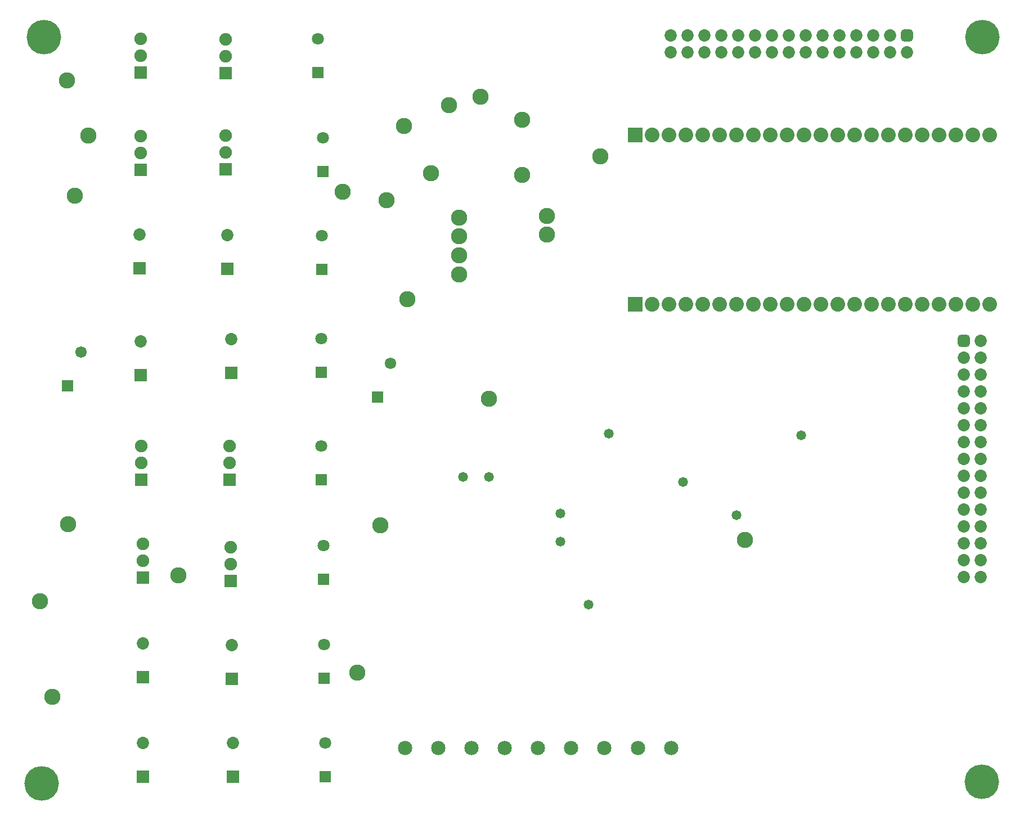
<source format=gbs>
G04*
G04 #@! TF.GenerationSoftware,Altium Limited,Altium Designer,25.2.1 (25)*
G04*
G04 Layer_Color=16711935*
%FSLAX44Y44*%
%MOMM*%
G71*
G04*
G04 #@! TF.SameCoordinates,E4EDD719-2FE0-4279-8059-04D131320F8D*
G04*
G04*
G04 #@! TF.FilePolarity,Negative*
G04*
G01*
G75*
%ADD37R,1.7212X1.7212*%
%ADD38C,1.7212*%
%ADD39C,2.2282*%
%ADD40R,2.2282X2.2282*%
%ADD41C,1.8532*%
%ADD42R,1.8532X1.8532*%
%ADD43R,1.9032X1.9032*%
%ADD44C,1.9032*%
%ADD45C,1.8032*%
%ADD46R,1.8032X1.8032*%
G04:AMPARAMS|DCode=47|XSize=1.8532mm|YSize=1.8532mm|CornerRadius=0.5141mm|HoleSize=0mm|Usage=FLASHONLY|Rotation=270.000|XOffset=0mm|YOffset=0mm|HoleType=Round|Shape=RoundedRectangle|*
%AMROUNDEDRECTD47*
21,1,1.8532,0.8250,0,0,270.0*
21,1,0.8250,1.8532,0,0,270.0*
1,1,1.0282,-0.4125,-0.4125*
1,1,1.0282,-0.4125,0.4125*
1,1,1.0282,0.4125,0.4125*
1,1,1.0282,0.4125,-0.4125*
%
%ADD47ROUNDEDRECTD47*%
%ADD48C,2.1532*%
G04:AMPARAMS|DCode=49|XSize=1.8532mm|YSize=1.8532mm|CornerRadius=0.5141mm|HoleSize=0mm|Usage=FLASHONLY|Rotation=180.000|XOffset=0mm|YOffset=0mm|HoleType=Round|Shape=RoundedRectangle|*
%AMROUNDEDRECTD49*
21,1,1.8532,0.8250,0,0,180.0*
21,1,0.8250,1.8532,0,0,180.0*
1,1,1.0282,-0.4125,0.4125*
1,1,1.0282,0.4125,0.4125*
1,1,1.0282,0.4125,-0.4125*
1,1,1.0282,-0.4125,-0.4125*
%
%ADD49ROUNDEDRECTD49*%
%ADD50C,2.4532*%
%ADD51C,1.4732*%
%ADD52C,5.2032*%
D37*
X552120Y920500D02*
D03*
X86120Y937500D02*
D03*
D38*
X572000Y971000D02*
D03*
X106000Y988000D02*
D03*
D39*
X1473400Y1060000D02*
D03*
X1448000D02*
D03*
X1422600D02*
D03*
X1397200D02*
D03*
X1371800D02*
D03*
X1346400D02*
D03*
X1321000D02*
D03*
X1295600D02*
D03*
X1270200D02*
D03*
X1244800D02*
D03*
X1219400D02*
D03*
X1194000D02*
D03*
X1168600D02*
D03*
X1143200D02*
D03*
X1117800D02*
D03*
X1092400D02*
D03*
X1067000D02*
D03*
X1041600D02*
D03*
X1016200D02*
D03*
X990800D02*
D03*
X965400D02*
D03*
X1473400Y1315000D02*
D03*
X1448000D02*
D03*
X1422600D02*
D03*
X1397200D02*
D03*
X1371800D02*
D03*
X1346400D02*
D03*
X1321000D02*
D03*
X1295600D02*
D03*
X1270200D02*
D03*
X1244800D02*
D03*
X1219400D02*
D03*
X1194000D02*
D03*
X1168600D02*
D03*
X1143200D02*
D03*
X1117800D02*
D03*
X1092400D02*
D03*
X1067000D02*
D03*
X1041600D02*
D03*
X1016200D02*
D03*
X990800D02*
D03*
X965400D02*
D03*
D40*
X940000Y1060000D02*
D03*
Y1315000D02*
D03*
D41*
X333000Y547000D02*
D03*
X1460400Y649700D02*
D03*
Y675100D02*
D03*
X1435000Y649700D02*
D03*
Y675100D02*
D03*
X1460400Y725900D02*
D03*
X1435000D02*
D03*
X1460400Y751300D02*
D03*
X1435000D02*
D03*
X1460400Y802100D02*
D03*
X1435000D02*
D03*
X1460400Y852900D02*
D03*
X1435000D02*
D03*
X1460400Y929100D02*
D03*
X1435000D02*
D03*
X1460400Y954500D02*
D03*
X1435000D02*
D03*
X1460400Y1005300D02*
D03*
X1435000Y979900D02*
D03*
X1460400D02*
D03*
X1435000Y903700D02*
D03*
X1460400D02*
D03*
X1435000Y878300D02*
D03*
X1460400D02*
D03*
X1435000Y827500D02*
D03*
X1460400D02*
D03*
X1435000Y776700D02*
D03*
X1460400D02*
D03*
X1435000Y700500D02*
D03*
X1460400D02*
D03*
X993400Y1439600D02*
D03*
X1018800D02*
D03*
X993400Y1465000D02*
D03*
X1018800D02*
D03*
X1069600Y1439600D02*
D03*
Y1465000D02*
D03*
X1095000Y1439600D02*
D03*
Y1465000D02*
D03*
X1145800Y1439600D02*
D03*
Y1465000D02*
D03*
X1196600Y1439600D02*
D03*
Y1465000D02*
D03*
X1272800Y1439600D02*
D03*
Y1465000D02*
D03*
X1298200Y1439600D02*
D03*
Y1465000D02*
D03*
X1349000Y1439600D02*
D03*
X1323600Y1465000D02*
D03*
Y1439600D02*
D03*
X1247400Y1465000D02*
D03*
Y1439600D02*
D03*
X1222000Y1465000D02*
D03*
Y1439600D02*
D03*
X1171200Y1465000D02*
D03*
Y1439600D02*
D03*
X1120400Y1465000D02*
D03*
Y1439600D02*
D03*
X1044200Y1465000D02*
D03*
Y1439600D02*
D03*
X196000Y1004000D02*
D03*
X332000Y1007800D02*
D03*
X326000Y1164000D02*
D03*
X194000Y1165000D02*
D03*
X199000Y400000D02*
D03*
X335000D02*
D03*
X199000Y549800D02*
D03*
D42*
X333000Y496200D02*
D03*
X196000Y953200D02*
D03*
X332000Y957000D02*
D03*
X326000Y1113200D02*
D03*
X194000Y1114200D02*
D03*
X199000Y349200D02*
D03*
X335000D02*
D03*
X199000Y499000D02*
D03*
D43*
X331000Y643200D02*
D03*
X196000Y1409000D02*
D03*
X324000Y1408200D02*
D03*
X196000Y1262200D02*
D03*
X324000Y1263200D02*
D03*
X197000Y796200D02*
D03*
X330000D02*
D03*
X199000Y648200D02*
D03*
D44*
X331000Y668600D02*
D03*
Y694000D02*
D03*
X196000Y1434400D02*
D03*
Y1459800D02*
D03*
X324000Y1433600D02*
D03*
Y1459000D02*
D03*
X196000Y1287600D02*
D03*
Y1313000D02*
D03*
X324000Y1288600D02*
D03*
Y1314000D02*
D03*
X197000Y821600D02*
D03*
Y847000D02*
D03*
X330000Y821600D02*
D03*
Y847000D02*
D03*
X199000Y673600D02*
D03*
Y699000D02*
D03*
D45*
X474000Y400000D02*
D03*
X468000Y1008400D02*
D03*
X469000Y1163000D02*
D03*
X470000Y1310800D02*
D03*
X463000Y1460000D02*
D03*
X468000Y847000D02*
D03*
X471000Y696800D02*
D03*
X472000Y548000D02*
D03*
D46*
X474000Y349200D02*
D03*
X468000Y957600D02*
D03*
X469000Y1112200D02*
D03*
X470000Y1260000D02*
D03*
X463000Y1409200D02*
D03*
X468000Y796200D02*
D03*
X471000Y646000D02*
D03*
X472000Y497200D02*
D03*
D47*
X1435000Y1005300D02*
D03*
D48*
X994000Y392000D02*
D03*
X944000D02*
D03*
X894000D02*
D03*
X844000D02*
D03*
X794000D02*
D03*
X744000D02*
D03*
X694000D02*
D03*
X644000D02*
D03*
X594000D02*
D03*
D49*
X1349000Y1465000D02*
D03*
D50*
X592000Y1328000D02*
D03*
X63000Y469000D02*
D03*
X253000Y652000D02*
D03*
X87000Y729000D02*
D03*
X675000Y1190000D02*
D03*
X557000Y727000D02*
D03*
X597170Y1068000D02*
D03*
X85073Y1397184D02*
D03*
X707000Y1372000D02*
D03*
X44000Y613000D02*
D03*
X500000Y1229000D02*
D03*
X117000Y1314000D02*
D03*
X522000Y505000D02*
D03*
X633000Y1257000D02*
D03*
X675000Y1134000D02*
D03*
Y1162460D02*
D03*
X97000Y1223000D02*
D03*
X566000Y1217000D02*
D03*
X660112Y1360112D02*
D03*
X770000Y1337500D02*
D03*
X1105000Y705000D02*
D03*
X720000Y917500D02*
D03*
X807500Y1165000D02*
D03*
X887500Y1282500D02*
D03*
X770000Y1255000D02*
D03*
X807500Y1192500D02*
D03*
X675000Y1105000D02*
D03*
D51*
X681000Y800000D02*
D03*
X870000Y607500D02*
D03*
X1190000Y863000D02*
D03*
X900000Y865000D02*
D03*
X1092500Y742500D02*
D03*
X1012500Y792500D02*
D03*
X827500Y745000D02*
D03*
Y702500D02*
D03*
X720000Y800000D02*
D03*
D52*
X50000Y1462500D02*
D03*
X1462500D02*
D03*
X47000Y339000D02*
D03*
X1462000Y341000D02*
D03*
M02*

</source>
